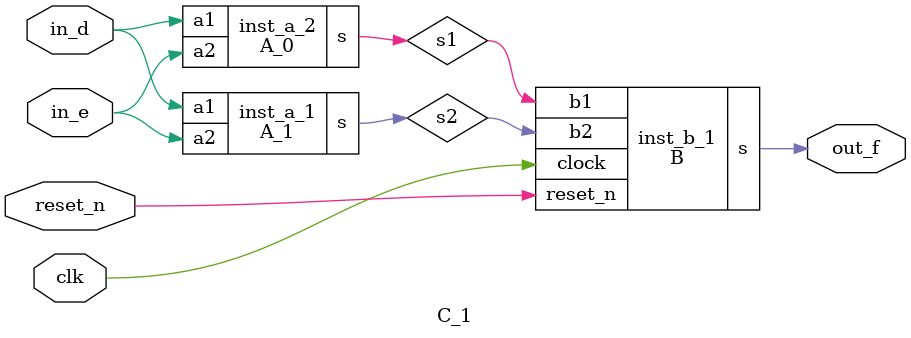
<source format=v>


module A_1 ( a1, a2, s );
  input a1, a2;
  output s;


  AND2X1 U1 ( .IN1(a2), .IN2(a1), .Q(s) );
endmodule


module B ( reset_n, clock, b1, b2, s );
  input reset_n, clock, b1, b2;
  output s;
  wire   N0;

  DFFARX1 s_reg ( .D(N0), .CLK(clock), .RSTB(reset_n), .Q(s), .QN() );
  XOR2X1 U3 ( .IN1(b2), .IN2(b1), .Q(N0) );
endmodule


module A_0 ( a1, a2, s );
  input a1, a2;
  output s;


  AND2X1 U1 ( .IN1(a2), .IN2(a1), .Q(s) );
endmodule


module C_1 ( reset_n, clk, in_d, in_e, out_f );
  input reset_n, clk, in_d, in_e;
  output out_f;
  wire   s2, s1;

  A_1 inst_a_1 ( .a1(in_d), .a2(in_e), .s(s2) );
  A_0 inst_a_2 ( .a1(in_d), .a2(in_e), .s(s1) );
  B inst_b_1 ( .reset_n(reset_n), .clock(clk), .b1(s1), .b2(s2), .s(out_f) );
endmodule


</source>
